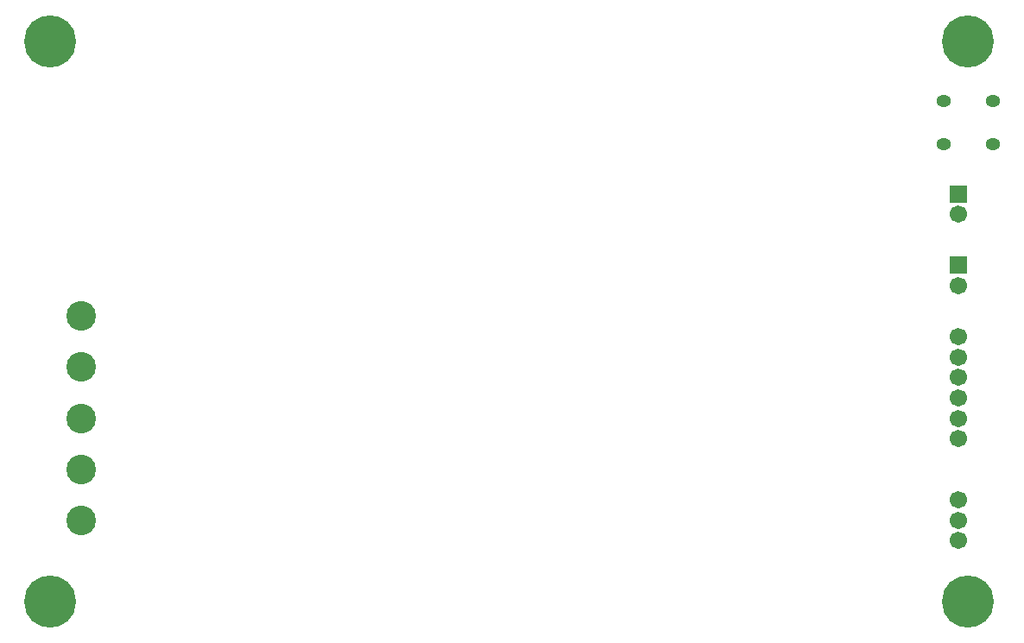
<source format=gbs>
G04 Layer: BottomSolderMaskLayer*
G04 EasyEDA v6.5.51, 2025-11-04 20:26:23*
G04 623bb76df6fb496f828c8c95ac90ab9a,07aaf3ec58ed4e568cacc845e37e2e79,10*
G04 Gerber Generator version 0.2*
G04 Scale: 100 percent, Rotated: No, Reflected: No *
G04 Dimensions in millimeters *
G04 leading zeros omitted , absolute positions ,4 integer and 5 decimal *
%FSLAX45Y45*%
%MOMM*%

%AMMACRO1*4,1,8,-0.8211,-0.8508,-0.8508,-0.821,-0.8508,0.8211,-0.8211,0.8508,0.821,0.8508,0.8508,0.8211,0.8508,-0.821,0.821,-0.8508,-0.8211,-0.8508,0*%
%ADD10C,2.9016*%
%ADD11C,1.7016*%
%ADD12O,1.45161X1.201598*%
%ADD13MACRO1*%
%ADD14C,5.1016*%
%ADD15C,0.0112*%

%LPD*%
D10*
G01*
X798499Y1299997D03*
G01*
X798499Y1799869D03*
G01*
X798499Y2299995D03*
G01*
X801496Y2799994D03*
G01*
X798499Y3299993D03*
D11*
G01*
X9399981Y2299995D03*
G01*
X9399981Y2099995D03*
G01*
X9399981Y2499995D03*
G01*
X9399981Y2699994D03*
G01*
X9399981Y2899994D03*
G01*
X9399981Y3099993D03*
G01*
X9399981Y1299971D03*
G01*
X9399981Y1099972D03*
G01*
X9399981Y1499971D03*
D12*
G01*
X9739985Y4985004D03*
G01*
X9259976Y4985004D03*
G01*
X9259976Y5415000D03*
G01*
X9739985Y5415000D03*
D13*
G01*
X9399981Y4499990D03*
D11*
G01*
X9399981Y4299991D03*
D13*
G01*
X9399981Y3799992D03*
D11*
G01*
X9399981Y3599992D03*
D14*
G01*
X499998Y499998D03*
G01*
X499998Y5999987D03*
G01*
X9499981Y5999987D03*
G01*
X9499981Y499998D03*
M02*

</source>
